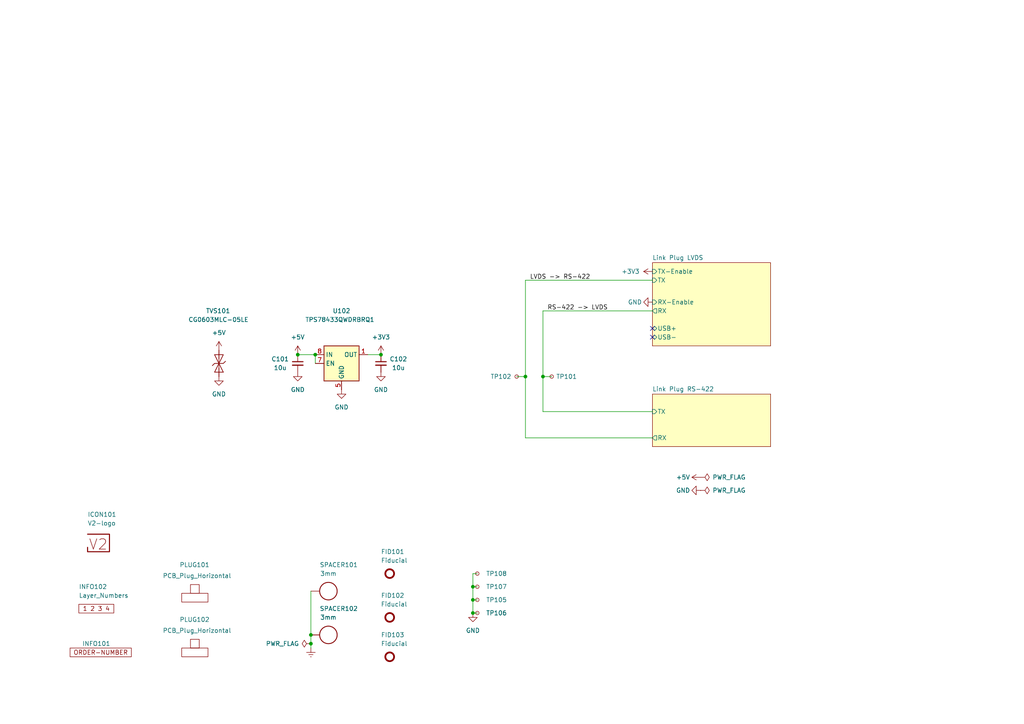
<source format=kicad_sch>
(kicad_sch (version 20230121) (generator eeschema)
  (paper "A4")
  (title_block (title "V2 lvds-rs422") (date "2023-03-29") (rev "2") (company "Versio Duo") (comment 1 "V2 Link LVDS – RS-422 Bridge"))
  (lib_symbols
    (symbol "Connector:TestPoint_Small" (pin_numbers hide) (pin_names (offset 0.762) hide)
      (property "Reference" "TP" (at 0 3.81 0))
      (property "Value" "TestPoint_Small" (at 0 2.032 0))
      (symbol "TestPoint_Small_0_1"
        (circle (center 0 0) (radius 0.508))
      )
      (symbol "TestPoint_Small_1_1"
        (pin passive line (at 0 0 90) (length 0) (name "1") (number "1"))
      )
    )
    (symbol "Device:C_Small" (pin_numbers hide) (pin_names (offset 0.254) hide)
      (property "Reference" "C" (at 0.254 1.778 0))
      (property "Value" "C_Small" (at 0.254 -2.032 0))
      (symbol "C_Small_0_1"
        (polyline (pts (xy -1.524 -0.508) (xy 1.524 -0.508)) (stroke (width 0.3302)))
        (polyline (pts (xy -1.524 0.508) (xy 1.524 0.508)) (stroke (width 0.3048)))
      )
      (symbol "C_Small_1_1"
        (pin passive line (at 0 2.54 270) (length 2.032) (name "~") (number "1"))
        (pin passive line (at 0 -2.54 90) (length 2.032) (name "~") (number "2"))
      )
    )
    (symbol "V2_Artwork:V2-logo" (in_bom no)
      (property "Reference" "ICON" (at -3.81 2.54 0))
      (symbol "V2-logo_1_0"
        (polyline (pts (xy -3.81 1.27) (xy 2.54 1.27) (xy 2.54 -3.81) (xy -3.81 -3.81) (xy -3.81 -2.54)) (stroke (width 0.3)))
        (text "V2" (at -0.7135 -1.6753 0) (effects (font (size 3 3))))
      )
    )
    (symbol "V2_Diode:CG0603MLC-05LE" (pin_numbers hide) (pin_names hide)
      (property "Reference" "TVS" (at -1.27 3.81 0))
      (property "Value" "CG0603MLC-05LE" (at 0 -3.81 0))
      (symbol "CG0603MLC-05LE_0_1"
        (polyline (pts (xy 1.27 0) (xy -1.27 0)))
        (polyline (pts (xy -2.54 -1.27) (xy -2.54 1.27) (xy 0 0) (xy -2.54 -1.27)) (stroke (width 0.2032)))
        (polyline (pts (xy 2.54 1.27) (xy 2.54 -1.27) (xy 0 0) (xy 2.54 1.27)) (stroke (width 0.2032)))
        (polyline (pts (xy 0 1.27) (xy -0.635 1.905) (xy 0 1.27) (xy 0 -1.27) (xy 0.635 -1.905) (xy 0 -1.27)) (stroke (width 0.2032)))
      )
      (symbol "CG0603MLC-05LE_1_1"
        (pin passive line (at -3.81 0 0) (length 2.54) (name "K") (number "1"))
        (pin passive line (at 3.81 0 180) (length 2.54) (name "A") (number "2"))
      )
    )
    (symbol "V2_Mechanical:Fiducial_Paste" (in_bom no)
      (property "Reference" "FID" (at 0 5.08 0))
      (property "Value" "Fiducial_Paste" (at 0 3.175 0))
      (symbol "Fiducial_Paste_0_1"
        (circle (center 0 0) (radius 1.27) (stroke (width 0.508)))
      )
    )
    (symbol "V2_PCB_Devices:PCB_Plug_Horizontal" (in_bom no)
      (property "Reference" "PLUG" (at 0 -5.08 0))
      (property "Value" "PCB_Plug_Horizontal" (at 1.27 -8.89 0))
      (symbol "PCB_Plug_Horizontal_0_1"
        (rectangle (start -3.81 0) (end 3.81 -2.54))
        (rectangle (start -1.27 2.54) (end 1.27 0))
      )
    )
    (symbol "V2_Production:Layer_Numbers" (in_bom no)
      (property "Reference" "INFO" (at 0 3.81 0))
      (property "Value" "Layer_Numbers" (at 0 -3.81 0))
      (symbol "Layer_Numbers_0_0"
        (text "1 2 3 4" (at 0 0 0) (effects (font (size 1.27 1.27))))
      )
      (symbol "Layer_Numbers_0_1"
        (rectangle (start -5.08 1.27) (end 5.08 -1.27))
      )
    )
    (symbol "V2_Production:Order_Number" (in_bom no)
      (property "Reference" "INFO" (at 0 2.54 0))
      (symbol "Order_Number_0_0"
        (text "ORDER-NUMBER" (at 0 0 0) (effects (font (size 1.27 1.27))))
      )
      (symbol "Order_Number_0_1"
        (rectangle (start -8.89 1.27) (end 8.89 -1.27))
      )
    )
    (symbol "V2_Regulator_Linear:TPS78433QWDRBRQ1"
      (property "Reference" "U" (at -5.08 10.16 0))
      (property "Value" "TPS78433QWDRBRQ1 " (at -5.08 7.62 0))
      (symbol "TPS78433QWDRBRQ1_0_1"
        (rectangle (start -5.08 -5.08) (end 5.08 5.08) (stroke (width 0.254)) (fill (type background)))
        (pin power_out line (at 7.62 2.54 180) (length 2.54) (name "OUT") (number "1"))
        (pin no_connect line (at 0 -19.05 180) (length 2.54) hide (name "") (number "2"))
        (pin no_connect line (at 0 -21.59 180) (length 2.54) hide (name "") (number "3"))
        (pin no_connect line (at 0 -24.13 180) (length 2.54) hide (name "") (number "4"))
        (pin power_in line (at 0 -7.62 90) (length 2.54) (name "GND") (number "5"))
        (pin no_connect line (at 0 -26.67 180) (length 2.54) hide (name "") (number "6"))
        (pin input line (at -7.62 0 0) (length 2.54) (name "EN") (number "7"))
        (pin power_in line (at -7.62 2.54 0) (length 2.54) (name "IN") (number "8"))
      )
      (symbol "TPS78433QWDRBRQ1_1_1"
        (pin passive line (at 0 -7.62 90) (length 2.54) hide (name "GND") (number "9"))
      )
    )
    (symbol "V2_Spacer_Wurth:9774030243" (pin_numbers hide) (pin_names hide)
      (property "Reference" "SPACER" (at 0 7.62 0))
      (property "Value" "9774030243" (at 0 5.08 0))
      (symbol "9774030243_1_0"
        (circle (center 0 0) (radius 2.54) (stroke (width 0.254)))
        (pin passive line (at -5.08 0 0) (length 2.54) (name "1") (number "1"))
      )
    )
    (symbol "power:+3V3" (power) (pin_names (offset 0))
      (property "Value" "+3V3" (at 0 3.556 0))
      (symbol "+3V3_0_1"
        (polyline (pts (xy -0.762 1.27) (xy 0 2.54)))
        (polyline (pts (xy 0 0) (xy 0 2.54)))
        (polyline (pts (xy 0 2.54) (xy 0.762 1.27)))
      )
      (symbol "+3V3_1_1"
        (pin power_in line (at 0 0 90) (length 0) hide (name "+3V3") (number "1"))
      )
    )
    (symbol "power:+5V" (power) (pin_names (offset 0))
      (property "Value" "+5V" (at 0 3.556 0))
      (symbol "+5V_0_1"
        (polyline (pts (xy -0.762 1.27) (xy 0 2.54)))
        (polyline (pts (xy 0 0) (xy 0 2.54)))
        (polyline (pts (xy 0 2.54) (xy 0.762 1.27)))
      )
      (symbol "+5V_1_1"
        (pin power_in line (at 0 0 90) (length 0) hide (name "+5V") (number "1"))
      )
    )
    (symbol "power:Earth" (power) (pin_names (offset 0))
      (symbol "Earth_0_1"
        (polyline (pts (xy -0.635 -1.905) (xy 0.635 -1.905)))
        (polyline (pts (xy -0.127 -2.54) (xy 0.127 -2.54)))
        (polyline (pts (xy 0 -1.27) (xy 0 0)))
        (polyline (pts (xy 1.27 -1.27) (xy -1.27 -1.27)))
      )
      (symbol "Earth_1_1"
        (pin power_in line (at 0 0 270) (length 0) hide (name "Earth") (number "1"))
      )
    )
    (symbol "power:GND" (power) (pin_names (offset 0))
      (property "Value" "GND" (at 0 -3.81 0))
      (symbol "GND_0_1"
        (polyline (pts (xy 0 0) (xy 0 -1.27) (xy 1.27 -1.27) (xy 0 -2.54) (xy -1.27 -1.27) (xy 0 -1.27)))
      )
      (symbol "GND_1_1"
        (pin power_in line (at 0 0 270) (length 0) hide (name "GND") (number "1"))
      )
    )
    (symbol "power:PWR_FLAG" (power) (pin_numbers hide) (pin_names (offset 0) hide)
      (property "Value" "PWR_FLAG" (at 0 3.81 0))
      (symbol "PWR_FLAG_0_0"
        (pin power_out line (at 0 0 90) (length 0) (name "pwr") (number "1"))
      )
      (symbol "PWR_FLAG_0_1"
        (polyline (pts (xy 0 0) (xy 0 1.27) (xy -1.016 1.905) (xy 0 2.54) (xy 1.016 1.905) (xy 0 1.27)))
      )
    )
  )
  (junction (at 91.44 102.87))
  (junction (at 86.36 102.87))
  (junction (at 110.49 102.87))
  (junction (at 157.48 109.22))
  (junction (at 137.16 170.18))
  (junction (at 137.16 173.99))
  (junction (at 152.4 109.22))
  (junction (at 90.17 186.69))
  (junction (at 137.16 177.8))
  (junction (at 90.17 184.15))
  (no_connect (at 189.23 95.25))
  (no_connect (at 189.23 97.79))
  (wire (pts (xy 137.16 166.37) (xy 137.16 170.18)))
  (wire (pts (xy 152.4 81.28) (xy 152.4 109.22)))
  (wire (pts (xy 86.36 102.87) (xy 91.44 102.87)))
  (wire (pts (xy 157.48 109.22) (xy 157.48 119.38)))
  (wire (pts (xy 157.48 119.38) (xy 189.23 119.38)))
  (wire (pts (xy 189.23 90.17) (xy 157.48 90.17)))
  (wire (pts (xy 152.4 127) (xy 189.23 127)))
  (wire (pts (xy 90.17 184.15) (xy 90.17 186.69)))
  (wire (pts (xy 90.17 187.96) (xy 90.17 186.69)))
  (wire (pts (xy 149.86 109.22) (xy 152.4 109.22)))
  (wire (pts (xy 137.16 173.99) (xy 138.43 173.99)))
  (wire (pts (xy 137.16 170.18) (xy 138.43 170.18)))
  (wire (pts (xy 106.68 102.87) (xy 110.49 102.87)))
  (wire (pts (xy 90.17 171.45) (xy 90.17 184.15)))
  (wire (pts (xy 157.48 90.17) (xy 157.48 109.22)))
  (wire (pts (xy 152.4 109.22) (xy 152.4 127)))
  (wire (pts (xy 137.16 170.18) (xy 137.16 173.99)))
  (wire (pts (xy 152.4 81.28) (xy 189.23 81.28)))
  (wire (pts (xy 157.48 109.22) (xy 160.02 109.22)))
  (wire (pts (xy 91.44 102.87) (xy 91.44 105.41)))
  (wire (pts (xy 138.43 166.37) (xy 137.16 166.37)))
  (wire (pts (xy 137.16 177.8) (xy 138.43 177.8)))
  (wire (pts (xy 137.16 173.99) (xy 137.16 177.8)))
  (label "RS-422 -> LVDS" (at 158.75 90.17 0))
  (label "LVDS -> RS-422" (at 153.67 81.28 0))
  (symbol (lib_id "V2_PCB_Devices:PCB_Plug_Horizontal") (at 56.515 172.085 0) (unit 1) (in_bom no)
    (property "Reference" "PLUG101" (at 52.07 163.8299 0) (effects (justify left)))
    (property "Value" "PCB_Plug_Horizontal" (at 57.15 167.0049 0))
    (property "Footprint" "V2_PCB_Devices:PCB_Plug_Horizontal" (effects hide))
    (property "Sim.Enable" "0" (effects hide))
  )
  (symbol (lib_id "Connector:TestPoint_Small") (at 160.02 109.22 0) (unit 1)
    (property "Reference" "TP101" (at 161.29 109.22 0) (effects (justify left)))
    (property "Value" "TestPoint_Small" (effects hide))
    (property "Footprint" "V2_TestPoint:TestPoint_THTPad_D1.0mm_Drill0.5mm" (effects hide))
  )
  (symbol (lib_id "V2_Production:Layer_Numbers") (at 27.94 176.53 0) (unit 1) (in_bom no)
    (property "Reference" "INFO102" (at 22.86 170.1799 0) (effects (justify left)))
    (property "Value" "Layer_Numbers" (at 22.86 172.7199 0) (effects (justify left)))
    (property "Footprint" "V2_Production:Layer_Numbers" (effects hide))
    (property "Sim.Enable" "0" (effects hide))
  )
  (symbol (lib_id "Connector:TestPoint_Small") (at 149.86 109.22 0) (unit 1)
    (property "Reference" "TP102" (at 142.24 109.22 0) (effects (justify left)))
    (property "Value" "TestPoint_Small" (effects hide))
    (property "Footprint" "V2_TestPoint:TestPoint_THTPad_D1.0mm_Drill0.5mm" (effects hide))
  )
  (symbol (lib_id "Device:C_Small") (at 110.49 105.41 0) (unit 1)
    (property "Reference" "C102" (at 118.11 104.14 0) (effects (justify right)))
    (property "Value" "10u" (at 115.57 106.68 0))
    (property "Footprint" "Capacitor_SMD:C_0603_1608Metric" (effects hide))
  )
  (symbol (lib_id "power:+5V") (at 86.36 102.87 0) (unit 1)
    (property "Reference" "#PWR0102" (effects hide))
    (property "Value" "+5V" (at 86.36 97.79 0))
  )
  (symbol (lib_id "power:PWR_FLAG") (at 203.2 138.43 270) (unit 1)
    (property "Reference" "#FLG0101" (effects hide))
    (property "Value" "PWR_FLAG" (at 211.455 138.43 90))
  )
  (symbol (lib_id "Connector:TestPoint_Small") (at 138.43 166.37 0) (unit 1)
    (property "Reference" "TP108" (at 140.97 166.37 0) (effects (justify left)))
    (property "Value" "TestPoint_Small" (effects hide))
    (property "Footprint" "V2_TestPoint:TestPoint_THTPad_D1.0mm_Drill0.5mm" (effects hide))
  )
  (symbol (lib_id "V2_Diode:CG0603MLC-05LE") (at 63.5 105.41 90) (unit 1)
    (property "Reference" "TVS101" (at 59.69 90.17 90) (effects (justify right)))
    (property "Value" "CG0603MLC-05LE" (at 54.61 92.71 90) (effects (justify right)))
    (property "Footprint" "Diode_SMD:D_0603_1608Metric" (effects hide))
  )
  (symbol (lib_id "Connector:TestPoint_Small") (at 138.43 173.99 0) (unit 1)
    (property "Reference" "TP105" (at 140.97 173.99 0) (effects (justify left)))
    (property "Value" "TestPoint_Small" (effects hide))
    (property "Footprint" "V2_TestPoint:TestPoint_THTPad_D1.0mm_Drill0.5mm" (effects hide))
  )
  (symbol (lib_id "power:GND") (at 137.16 177.8 0) (unit 1)
    (property "Reference" "#PWR0111" (effects hide))
    (property "Value" "GND" (at 137.16 182.88 0))
  )
  (symbol (lib_id "power:PWR_FLAG") (at 203.2 142.24 270) (unit 1)
    (property "Reference" "#FLG0102" (effects hide))
    (property "Value" "PWR_FLAG" (at 211.455 142.24 90))
  )
  (symbol (lib_id "power:+3V3") (at 110.49 102.87 0) (unit 1)
    (property "Reference" "#PWR0104" (effects hide))
    (property "Value" "+3V3" (at 110.49 97.79 0))
  )
  (symbol (lib_id "V2_Spacer_Wurth:9774030243") (at 95.25 171.45 0) (unit 1)
    (property "Reference" "SPACER101" (at 92.71 163.83 0) (effects (justify left)))
    (property "Value" "3mm" (at 95.25 166.37 0))
    (property "Footprint" "V2_Spacer_Wurth:9774030243" (effects hide))
    (property "Sim.Enable" "0" (effects hide))
  )
  (symbol (lib_id "V2_PCB_Devices:PCB_Plug_Horizontal") (at 56.515 187.96 0) (unit 1) (in_bom no)
    (property "Reference" "PLUG102" (at 52.07 179.7049 0) (effects (justify left)))
    (property "Value" "PCB_Plug_Horizontal" (at 57.15 182.8799 0))
    (property "Footprint" "V2_PCB_Devices:PCB_Plug_Horizontal" (effects hide))
    (property "Sim.Enable" "0" (effects hide))
  )
  (symbol (lib_id "power:GND") (at 63.5 109.22 0) (unit 1)
    (property "Reference" "#PWR0112" (effects hide))
    (property "Value" "GND" (at 63.5 114.3 0))
  )
  (symbol (lib_id "Connector:TestPoint_Small") (at 138.43 170.18 0) (unit 1)
    (property "Reference" "TP107" (at 140.97 170.18 0) (effects (justify left)))
    (property "Value" "TestPoint_Small" (effects hide))
    (property "Footprint" "V2_TestPoint:TestPoint_THTPad_D1.0mm_Drill0.5mm" (effects hide))
  )
  (symbol (lib_id "V2_Production:Order_Number") (at 29.21 189.23 0) (unit 1) (in_bom no)
    (property "Reference" "INFO101" (at 27.94 186.69 0))
    (property "Value" "ORDER-NUMBER" (effects hide))
    (property "Footprint" "V2_Production:Order_Number" (effects hide))
    (property "Sim.Enable" "0" (effects hide))
  )
  (symbol (lib_id "V2_Spacer_Wurth:9774030243") (at 95.25 184.15 0) (unit 1)
    (property "Reference" "SPACER102" (at 92.71 176.53 0) (effects (justify left)))
    (property "Value" "3mm" (at 95.25 179.07 0))
    (property "Footprint" "V2_Spacer_Wurth:9774030243" (effects hide))
    (property "Sim.Enable" "0" (effects hide))
  )
  (symbol (lib_id "V2_Mechanical:Fiducial_Paste") (at 113.03 166.37 0) (unit 1) (in_bom no)
    (property "Reference" "FID101" (at 110.49 160.02 0) (effects (justify left)))
    (property "Value" "Fiducial" (at 110.49 162.56 0) (effects (justify left)))
    (property "Footprint" "V2_Fiducial:Fiducial_0.5mm_Mask1mm_Paste" (effects hide))
    (property "Sim.Enable" "0" (effects hide))
  )
  (symbol (lib_id "power:+3V3") (at 189.23 78.74 90) (unit 1)
    (property "Reference" "#PWR0109" (effects hide))
    (property "Value" "+3V3" (at 182.88 78.74 90))
  )
  (symbol (lib_id "power:Earth") (at 90.17 187.96 0) (unit 1)
    (property "Reference" "#PWR01" (effects hide))
    (property "Value" "Earth" (effects hide))
  )
  (symbol (lib_id "Connector:TestPoint_Small") (at 138.43 177.8 0) (unit 1)
    (property "Reference" "TP106" (at 140.97 177.8 0) (effects (justify left)))
    (property "Value" "TestPoint_Small" (effects hide))
    (property "Footprint" "V2_TestPoint:TestPoint_THTPad_D1.0mm_Drill0.5mm" (effects hide))
  )
  (symbol (lib_id "V2_Regulator_Linear:TPS78433QWDRBRQ1") (at 99.06 105.41 0) (unit 1)
    (property "Reference" "U102" (at 99.06 90.17 0))
    (property "Value" "TPS78433QWDRBRQ1 " (at 99.06 92.71 0))
    (property "Footprint" "V2_Package_SON:VSON-8-1_3x3mm_P0.65_EP1.65x2.4mm" (effects hide))
    (property "Datasheet" "https://www.ti.com/product/TPS784-Q1" (effects hide))
  )
  (symbol (lib_id "V2_Artwork:V2-logo") (at 29.21 156.21 0) (unit 1) (in_bom no)
    (property "Reference" "ICON101" (at 25.4 149.225 0) (effects (justify left)))
    (property "Value" "V2-logo" (at 25.4 151.765 0) (effects (justify left)))
    (property "Footprint" "V2_Artwork:Logo_Small" (effects hide))
    (property "Sim.Enable" "0" (effects hide))
  )
  (symbol (lib_id "power:GND") (at 99.06 113.03 0) (unit 1)
    (property "Reference" "#PWR0103" (effects hide))
    (property "Value" "GND" (at 99.06 118.11 0))
  )
  (symbol (lib_id "power:GND") (at 203.2 142.24 270) (unit 1)
    (property "Reference" "#PWR0107" (effects hide))
    (property "Value" "GND" (at 198.12 142.24 90))
  )
  (symbol (lib_id "power:+5V") (at 203.2 138.43 90) (unit 1)
    (property "Reference" "#PWR0106" (effects hide))
    (property "Value" "+5V" (at 198.12 138.43 90))
  )
  (symbol (lib_id "V2_Mechanical:Fiducial_Paste") (at 113.03 179.07 0) (unit 1) (in_bom no)
    (property "Reference" "FID102" (at 110.49 172.72 0) (effects (justify left)))
    (property "Value" "Fiducial" (at 114.3 175.26 0))
    (property "Footprint" "V2_Fiducial:Fiducial_0.5mm_Mask1mm_Paste" (effects hide))
    (property "Sim.Enable" "0" (effects hide))
  )
  (symbol (lib_id "power:PWR_FLAG") (at 90.17 186.69 90) (unit 1)
    (property "Reference" "#FLG0103" (effects hide))
    (property "Value" "PWR_FLAG" (at 81.915 186.69 90))
  )
  (symbol (lib_id "power:GND") (at 189.23 87.63 270) (unit 1)
    (property "Reference" "#PWR0108" (effects hide))
    (property "Value" "GND" (at 184.15 87.63 90))
  )
  (symbol (lib_id "power:GND") (at 86.36 107.95 0) (unit 1)
    (property "Reference" "#PWR0101" (effects hide))
    (property "Value" "GND" (at 86.36 113.03 0))
  )
  (symbol (lib_id "power:GND") (at 110.49 107.95 0) (unit 1)
    (property "Reference" "#PWR0105" (effects hide))
    (property "Value" "GND" (at 110.49 113.03 0))
  )
  (symbol (lib_id "V2_Mechanical:Fiducial_Paste") (at 113.03 190.5 0) (unit 1) (in_bom no)
    (property "Reference" "FID103" (at 110.49 184.15 0) (effects (justify left)))
    (property "Value" "Fiducial" (at 110.49 186.69 0) (effects (justify left)))
    (property "Footprint" "V2_Fiducial:Fiducial_0.5mm_Mask1mm_Paste" (effects hide))
    (property "Sim.Enable" "0" (effects hide))
  )
  (symbol (lib_id "Device:C_Small") (at 86.36 105.41 0) (unit 1)
    (property "Reference" "C101" (at 83.82 104.14 0) (effects (justify right)))
    (property "Value" "10u" (at 81.28 106.68 0))
    (property "Footprint" "Capacitor_SMD:C_0603_1608Metric" (effects hide))
  )
  (symbol (lib_id "power:+5V") (at 63.5 101.6 0) (unit 1)
    (property "Reference" "#PWR0110" (effects hide))
    (property "Value" "+5V" (at 63.5 96.52 0))
  )
  (sheet (at 189.23 114.3) (size 34.29 15.24) (stroke (width 0.1524)) (fill (color 255 255 194 1.0000))
    (property "Sheetname" "Link Plug RS-422" (at 189.23 113.5884 0) (effects (justify left bottom)))
    (property "Sheetfile" "LinkPlug-RS422.kicad_sch" (effects hide))
    (pin "TX" input (at 189.23 119.38 180))
    (pin "RX" output (at 189.23 127 180))
  )
  (sheet (at 189.23 76.2) (size 34.29 24.13) (stroke (width 0.1524)) (fill (color 255 255 194 1.0000))
    (property "Sheetname" "Link Plug LVDS" (at 189.23 75.4884 0) (effects (justify left bottom)))
    (property "Sheetfile" "LinkPlug.kicad_sch" (effects hide))
    (pin "USB+" bidirectional (at 189.23 95.25 180))
    (pin "USB-" bidirectional (at 189.23 97.79 180))
    (pin "TX-Enable" input (at 189.23 78.74 180))
    (pin "RX" output (at 189.23 90.17 180))
    (pin "TX" input (at 189.23 81.28 180))
    (pin "RX-Enable" input (at 189.23 87.63 180))
  )
)
</source>
